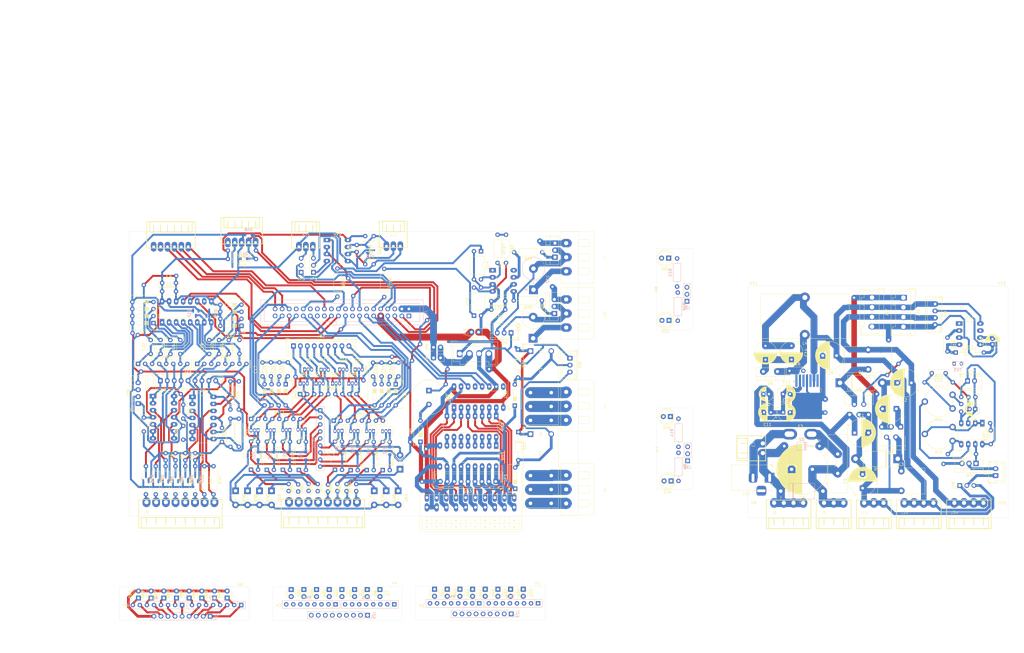
<source format=kicad_pcb>
(kicad_pcb
	(version 20240108)
	(generator "pcbnew")
	(generator_version "8.0")
	(general
		(thickness 1.6)
		(legacy_teardrops no)
	)
	(paper "A3")
	(layers
		(0 "F.Cu" signal)
		(1 "In1.Cu" signal)
		(2 "In2.Cu" signal)
		(31 "B.Cu" signal)
		(32 "B.Adhes" user "B.Adhesive")
		(33 "F.Adhes" user "F.Adhesive")
		(34 "B.Paste" user)
		(35 "F.Paste" user)
		(36 "B.SilkS" user "B.Silkscreen")
		(37 "F.SilkS" user "F.Silkscreen")
		(38 "B.Mask" user)
		(39 "F.Mask" user)
		(40 "Dwgs.User" user "User.Drawings")
		(41 "Cmts.User" user "User.Comments")
		(42 "Eco1.User" user "User.Eco1")
		(43 "Eco2.User" user "User.Eco2")
		(44 "Edge.Cuts" user)
		(45 "Margin" user)
		(46 "B.CrtYd" user "B.Courtyard")
		(47 "F.CrtYd" user "F.Courtyard")
		(48 "B.Fab" user)
		(49 "F.Fab" user)
		(50 "User.1" user)
		(51 "User.2" user)
		(52 "User.3" user)
		(53 "User.4" user)
		(54 "User.5" user)
		(55 "User.6" user)
		(56 "User.7" user)
		(57 "User.8" user)
		(58 "User.9" user)
	)
	(setup
		(stackup
			(layer "F.SilkS"
				(type "Top Silk Screen")
			)
			(layer "F.Paste"
				(type "Top Solder Paste")
			)
			(layer "F.Mask"
				(type "Top Solder Mask")
				(thickness 0.01)
			)
			(layer "F.Cu"
				(type "copper")
				(thickness 0.035)
			)
			(layer "dielectric 1"
				(type "prepreg")
				(thickness 0.1)
				(material "FR4")
				(epsilon_r 4.5)
				(loss_tangent 0.02)
			)
			(layer "In1.Cu"
				(type "copper")
				(thickness 0.035)
			)
			(layer "dielectric 2"
				(type "core")
				(thickness 1.24)
				(material "FR4")
				(epsilon_r 4.5)
				(loss_tangent 0.02)
			)
			(layer "In2.Cu"
				(type "copper")
				(thickness 0.035)
			)
			(layer "dielectric 3"
				(type "prepreg")
				(thickness 0.1)
				(material "FR4")
				(epsilon_r 4.5)
				(loss_tangent 0.02)
			)
			(layer "B.Cu"
				(type "copper")
				(thickness 0.035)
			)
			(layer "B.Mask"
				(type "Bottom Solder Mask")
				(thickness 0.01)
			)
			(layer "B.Paste"
				(type "Bottom Solder Paste")
			)
			(layer "B.SilkS"
				(type "Bottom Silk Screen")
				(color "Red")
			)
			(copper_finish "None")
			(dielectric_constraints no)
		)
		(pad_to_mask_clearance 0)
		(allow_soldermask_bridges_in_footprints no)
		(pcbplotparams
			(layerselection 0x00010fc_ffffffff)
			(plot_on_all_layers_selection 0x0000000_00000000)
			(disableapertmacros no)
			(usegerberextensions no)
			(usegerberattributes yes)
			(usegerberadvancedattributes yes)
			(creategerberjobfile yes)
			(dashed_line_dash_ratio 12.000000)
			(dashed_line_gap_ratio 3.000000)
			(svgprecision 4)
			(plotframeref no)
			(viasonmask no)
			(mode 1)
			(useauxorigin no)
			(hpglpennumber 1)
			(hpglpenspeed 20)
			(hpglpendiameter 15.000000)
			(pdf_front_fp_property_popups yes)
			(pdf_back_fp_property_popups yes)
			(dxfpolygonmode yes)
			(dxfimperialunits yes)
			(dxfusepcbnewfont yes)
			(psnegative no)
			(psa4output no)
			(plotreference yes)
			(plotvalue yes)
			(plotfptext yes)
			(plotinvisibletext no)
			(sketchpadsonfab no)
			(subtractmaskfromsilk no)
			(outputformat 1)
			(mirror no)
			(drillshape 1)
			(scaleselection 1)
			(outputdirectory "")
		)
	)
	(net 0 "")
	(net 1 "+5V")
	(net 2 "/Buzzer")
	(net 3 "+24V filtered")
	(net 4 "GND")
	(net 5 "+3V3")
	(net 6 "/ADC_CH3")
	(net 7 "/ADC_CH1")
	(net 8 "+12V")
	(net 9 "Net-(D6-K)")
	(net 10 "Net-(U1-BOOT)")
	(net 11 "/Dig-IN_1")
	(net 12 "Net-(U11-CAP+)")
	(net 13 "Net-(D14-K)")
	(net 14 "-5V")
	(net 15 "/ADC_CH5")
	(net 16 "/ADC_CH6")
	(net 17 "/ADC_CH0")
	(net 18 "/ADC_CH2")
	(net 19 "/ADC_CH7")
	(net 20 "/ADC_CH4")
	(net 21 "/Dig-IN_2")
	(net 22 "/Dig-IN_3")
	(net 23 "/Dig-IN_4")
	(net 24 "/Dig-IN_5")
	(net 25 "/Dig-IN_6")
	(net 26 "/Dig-IN_7")
	(net 27 "/Dig-IN_8")
	(net 28 "Net-(D1-K)")
	(net 29 "Net-(D2-K)")
	(net 30 "Net-(D5-K)")
	(net 31 "OUT_Digital_1_open-drain")
	(net 32 "Net-(U3C-+)")
	(net 33 "Net-(U3D-+)")
	(net 34 "IN_Analog_6 (0-20mA)")
	(net 35 "IN_Analog_7 (0-20mA)")
	(net 36 "Net-(U9B-+)")
	(net 37 "/OUT_PWM_1_diode")
	(net 38 "/OUT_PWM_2_diode")
	(net 39 "Net-(D34-A)")
	(net 40 "Net-(U9A-+)")
	(net 41 "OUT_Digital_2_open-drain")
	(net 42 "OUT_Digital_3_open-drain")
	(net 43 "OUT_Digital_4_open-drain")
	(net 44 "OUT_Digital_5_open-drain")
	(net 45 "Net-(U3A-+)")
	(net 46 "I2C_SDA")
	(net 47 "RS485_B")
	(net 48 "RS485_A")
	(net 49 "Net-(D50-A1)")
	(net 50 "Net-(D51-A)")
	(net 51 "Net-(D53-A1)")
	(net 52 "Net-(D54-A)")
	(net 53 "Net-(D56-A1)")
	(net 54 "Net-(D57-A)")
	(net 55 "Net-(D59-A1)")
	(net 56 "Net-(D60-A)")
	(net 57 "Net-(D62-A1)")
	(net 58 "Net-(D63-A)")
	(net 59 "Net-(D65-A1)")
	(net 60 "Net-(D66-A)")
	(net 61 "Net-(D68-A1)")
	(net 62 "Net-(D69-A)")
	(net 63 "Net-(D71-A1)")
	(net 64 "Net-(D72-A)")
	(net 65 "+BATT")
	(net 66 "unconnected-(J1-ID_SD{slash}GPIO0-Pad27)")
	(net 67 "/SPI_CE0_ADC")
	(net 68 "Net-(J1-3V3-Pad1)")
	(net 69 "/SPI0_miso_ADC")
	(net 70 "/UART_DIR-T")
	(net 71 "/SPI0_mosi_ADC")
	(net 72 "/SPI0_sclk_ADC")
	(net 73 "/UART_TX")
	(net 74 "/SPI1_miso_FREE")
	(net 75 "/SR-OUT_latch")
	(net 76 "/SPI1_mosi_FREE")
	(net 77 "/SR-OUT_clock")
	(net 78 "/SR-OUT_data")
	(net 79 "unconnected-(J1-ID_SC{slash}GPIO1-Pad28)")
	(net 80 "/SPI1_CE_FREE")
	(net 81 "/UART_RX")
	(net 82 "/OUT_PWM_2")
	(net 83 "/SPI1_sclk_FREE")
	(net 84 "/OUT_PWM_1")
	(net 85 "IN_Digital_8")
	(net 86 "IN_Digital_5")
	(net 87 "IN_Digital_2")
	(net 88 "IN_Digital_3")
	(net 89 "IN_Digital_4")
	(net 90 "IN_Digital_6")
	(net 91 "IN_Digital_7")
	(net 92 "IN_Digital_1")
	(net 93 "OUT_Digital_8")
	(net 94 "OUT_Digital_7_open-drain")
	(net 95 "OUT_Digital_2")
	(net 96 "OUT_Digital_4")
	(net 97 "OUT_Digital_5")
	(net 98 "OUT_Digital_6")
	(net 99 "OUT_Digital_3")
	(net 100 "OUT_Digital_7")
	(net 101 "OUT_Digital_8_open-drain")
	(net 102 "OUT_Digital_1")
	(net 103 "OUT_Digital_6_open-drain")
	(net 104 "Net-(J4-Pin_1)")
	(net 105 "Net-(J4-Pin_2)")
	(net 106 "Net-(J4-Pin_3)")
	(net 107 "OUT_Digital_COM_open-drain")
	(net 108 "Net-(J6-Pin_1)")
	(net 109 "Net-(J6-Pin_3)")
	(net 110 "Net-(J6-Pin_2)")
	(net 111 "IN_Analog_1 (0-3.3V)")
	(net 112 "IN_Analog_5 (0-24V)")
	(net 113 "IN_Analog_4 (0-12V)")
	(net 114 "IN_Analog_2 (0-5V)")
	(net 115 "IN_Analog_0 (0-3.3V)")
	(net 116 "IN_Analog_3 (0-5V)")
	(net 117 "Net-(Q1-G)")
	(net 118 "Net-(Q2-G)")
	(net 119 "Net-(Q2-D)")
	(net 120 "Net-(Q5-G)")
	(net 121 "Net-(C17-Pad1)")
	(net 122 "Net-(Q7-G)")
	(net 123 "Net-(Q7-D)")
	(net 124 "Net-(C29-Pad1)")
	(net 125 "Net-(Q9-G)")
	(net 126 "Net-(C30-Pad1)")
	(net 127 "Net-(Q10-G)")
	(net 128 "Net-(Q11-D)")
	(net 129 "Net-(Q11-G)")
	(net 130 "Net-(C31-Pad1)")
	(net 131 "Net-(Q13-G)")
	(net 132 "Net-(Q13-D)")
	(net 133 "Net-(C32-Pad1)")
	(net 134 "Net-(Q15-D)")
	(net 135 "Net-(Q15-G)")
	(net 136 "Net-(C33-Pad1)")
	(net 137 "Net-(Q17-G)")
	(net 138 "Net-(Q17-D)")
	(net 139 "Net-(C34-Pad1)")
	(net 140 "Net-(Q19-D)")
	(net 141 "Net-(Q19-G)")
	(net 142 "Net-(C35-Pad1)")
	(net 143 "Net-(U9C--)")
	(net 144 "Net-(U12-~{OUTA})")
	(net 145 "Net-(U12-~{OUTB})")
	(net 146 "Net-(U12-INB)")
	(net 147 "Net-(R33-Pad1)")
	(net 148 "Net-(U9D--)")
	(net 149 "Net-(U12-INA)")
	(net 150 "Net-(R108-Pad1)")
	(net 151 "unconnected-(U1-EN-Pad7)")
	(net 152 "unconnected-(U1-NC-Pad5)")
	(net 153 "unconnected-(U2-QH'-Pad9)")
	(net 154 "unconnected-(U11-OSC-Pad7)")
	(net 155 "unconnected-(U11-NC-Pad1)")
	(net 156 "unconnected-(U12-NC-Pad8)")
	(net 157 "unconnected-(U12-NC-Pad1)")
	(net 158 "Net-(U3B-+)")
	(net 159 "Net-(D45-K)")
	(net 160 "/LED_analog-CH6")
	(net 161 "/LED_analog-CH2")
	(net 162 "/LED_analog-CH7")
	(net 163 "/LED_analog-CH5")
	(net 164 "/LED_analog-CH0")
	(net 165 "/LED_analog-CH1")
	(net 166 "/LED_analog-CH3")
	(net 167 "/LED_analog-CH4")
	(net 168 "Net-(D10-K)")
	(net 169 "Net-(D7-A)")
	(net 170 "Net-(D8-A)")
	(net 171 "Net-(D10-A)")
	(net 172 "Net-(D15-A)")
	(net 173 "Net-(D17-A)")
	(net 174 "Net-(D23-A)")
	(net 175 "Net-(D26-A)")
	(net 176 "Net-(D27-A)")
	(net 177 "Net-(D82-K)")
	(net 178 "Net-(D82-A)")
	(net 179 "Net-(D83-K)")
	(net 180 "Net-(D84-K)")
	(net 181 "Net-(D85-K)")
	(net 182 "Net-(D86-K)")
	(net 183 "Net-(D87-K)")
	(net 184 "Net-(D88-K)")
	(net 185 "Net-(D89-K)")
	(net 186 "Net-(J25-Pin_8)")
	(net 187 "Net-(J25-Pin_5)")
	(net 188 "Net-(J25-Pin_7)")
	(net 189 "Net-(J25-Pin_2)")
	(net 190 "Net-(J25-Pin_6)")
	(net 191 "Net-(J25-Pin_1)")
	(net 192 "Net-(J25-Pin_4)")
	(net 193 "Net-(J25-Pin_3)")
	(net 194 "Net-(J27-Pin_4)")
	(net 195 "Net-(J27-Pin_8)")
	(net 196 "Net-(J27-Pin_1)")
	(net 197 "Net-(J27-Pin_5)")
	(net 198 "Net-(J27-Pin_6)")
	(net 199 "Net-(J27-Pin_7)")
	(net 200 "Net-(J27-Pin_3)")
	(net 201 "Net-(J27-Pin_2)")
	(net 202 "Net-(D20-A)")
	(net 203 "Net-(D20-K)")
	(net 204 "Net-(D30-K)")
	(net 205 "Net-(D37-K)")
	(net 206 "Net-(D40-K)")
	(net 207 "Net-(D41-K)")
	(net 208 "Net-(D42-K)")
	(net 209 "Net-(D43-K)")
	(net 210 "Net-(D44-K)")
	(net 211 "/LED_digital-out_2")
	(net 212 "/LED_digital-out_8")
	(net 213 "/LED_digital-out_6")
	(net 214 "/LED_digital-out_5")
	(net 215 "/LED_digital-out_4")
	(net 216 "/LED_digital-out_7")
	(net 217 "/LED_digital-out_1")
	(net 218 "/LED_digital-out_3")
	(net 219 "Net-(J23-Pin_1)")
	(net 220 "Net-(J23-Pin_5)")
	(net 221 "Net-(J23-Pin_3)")
	(net 222 "Net-(J23-Pin_2)")
	(net 223 "Net-(J23-Pin_8)")
	(net 224 "Net-(J23-Pin_7)")
	(net 225 "Net-(J23-Pin_4)")
	(net 226 "Net-(J23-Pin_6)")
	(net 227 "/LED_relay-1")
	(net 228 "/LED_PWM-1")
	(net 229 "/LED_PWM-2")
	(net 230 "Net-(D34-K)")
	(net 231 "/LED_relay-2")
	(net 232 "Net-(D52-K)")
	(net 233 "Net-(D52-A)")
	(net 234 "Net-(D55-K)")
	(net 235 "Net-(J30-Pin_3)")
	(net 236 "Net-(J30-Pin_2)")
	(net 237 "Net-(J31-Pin_3)")
	(net 238 "Net-(J31-Pin_2)")
	(net 239 "Net-(RN9-R2.2)")
	(net 240 "Net-(RN9-R8.2)")
	(net 241 "Net-(RN9-R7.2)")
	(net 242 "Net-(RN9-R5.2)")
	(net 243 "Net-(RN9-R1.2)")
	(net 244 "Net-(RN9-R6.2)")
	(net 245 "Net-(RN9-R3.2)")
	(net 246 "Net-(RN9-R4.2)")
	(net 247 "/DIP_EN-Filter-ADC3")
	(net 248 "/DIP_EN-Filter-ADC1")
	(net 249 "/DIP_EN-Filter-ADC5")
	(net 250 "/DIP_EN-Filter-ADC6")
	(net 251 "/DIP_EN-Filter-ADC0")
	(net 252 "/DIP_EN-Filter-ADC2")
	(net 253 "/DIP_EN-Filter-ADC7")
	(net 254 "/DIP_EN-Filter-ADC4")
	(net 255 "unconnected-(J3-Pin_6-Pad6)")
	(net 256 "unconnected-(J3-Pin_5-Pad5)")
	(net 257 "unconnected-(J19-Pin_4-Pad4)")
	(net 258 "unconnected-(J19-Pin_5-Pad5)")
	(net 259 "I2C_SCL")
	(net 260 "Net-(J10-Pin_2)")
	(net 261 "Net-(J10-Pin_1)")
	(net 262 "Net-(JP4-A)")
	(net 263 "Net-(JP5-A)")
	(net 264 "GNDPWR")
	(net 265 "Net-(JP6-A)")
	(net 266 "Net-(U15A-+)")
	(net 267 "Net-(C42-Pad2)")
	(net 268 "Net-(JP8-C)")
	(net 269 "Net-(M1--)")
	(net 270 "Net-(Q3-G)")
	(net 271 "Net-(U15B-+)")
	(net 272 "Net-(R21-Pad2)")
	(net 273 "Net-(U15B--)")
	(net 274 "Net-(U15A--)")
	(footprint "Capacitor_THT:CP_Radial_D10.0mm_P5.00mm" (layer "F.Cu") (at 334.01 195.027031 90))
	(footprint "Connector_JST:JST_XH_B9B-XH-A_1x09_P2.50mm_Vertical" (layer "F.Cu") (at 128.664 143.68515))
	(footprint "Resistor_THT:R_Axial_DIN0207_L6.3mm_D2.5mm_P2.54mm_Vertical" (layer "F.Cu") (at 151.511 109.728 90))
	(footprint "Button_Switch_THT:SW_DIP_SPSTx04_Slide_9.78x12.34mm_W7.62mm_P2.54mm" (layer "F.Cu") (at 78.1495 135.389 180))
	(footprint "Package_TO_SOT_THT:TO-92_Inline" (layer "F.Cu") (at 131.1235 157.21105))
	(footprint "Package_DIP:DIP-4_W10.16mm" (layer "F.Cu") (at 193.797 132.735 90))
	(footprint "Button_Switch_THT:SW_DIP_SPSTx01_Slide_9.78x4.72mm_W7.62mm_P2.54mm" (layer "F.Cu") (at 174.498 178.2655 90))
	(footprint "Relay_THT:Relay_SPDT_Omron_G2RL-1-E" (layer "F.Cu") (at 214.182 145.522))
	(footprint "Resistor_THT:R_Axial_DIN0207_L6.3mm_D2.5mm_P10.16mm_Horizontal" (layer "F.Cu") (at 99.822 187.0877 -90))
	(footprint "LED_THT:LED_D3.0mm_IRGrey" (layer "F.Cu") (at 91.02905 234.6843 90))
	(footprint "LED_THT:LED_D3.0mm_IRGrey" (layer "F.Cu") (at 127.85905 231.6313 -90))
	(footprint "Capacitor_THT:CP_Radial_D10.0mm_P5.00mm" (layer "F.Cu") (at 331.134323 175.006))
	(footprint "Diode_THT:D_DO-201AD_P15.24mm_Horizontal" (layer "F.Cu") (at 346.71 184.404 180))
	(footprint "Package_DIP:DIP-8_W7.62mm_LongPads" (layer "F.Cu") (at 140.716 105.41))
	(footprint "Diode_THT:D_DO-15_P5.08mm_Vertical_KathodeUp" (layer "F.Cu") (at 107.7822 195.9812 -90))
	(footprint "custom-footprints1:WAGO 713-1430 MINI HD Stiftleiste gewinkelt 2x10-polig, RM 3,5"
		(layer "F.Cu")
		(uuid "0b9224b3-0f0b-43dd-942d-c7854c058adc")
		(at 192.56 202.93)
		(property "Reference" "J28"
			(at -3.75 10.5 0)
			(unlocked yes)
			(layer "F.SilkS")
			(hide yes)
			(uuid "f2cab4c9-097e-4387-b83a-71c90f96494d")
			(effects
				(font
					(size 1 1)
					(thickness 0.1)
				)
			)
		)
		(property "Value" "8x Digital out (opendrain + push-pull)"
			(at -3.25 9 0)
			(unlocked yes)
			(layer "F.Fab")
			(uuid "24be26db-6b3b-4560-a0ff-306f51858260")
			(effects
				(font
					(size 1 1)
					(thickness 0.15)
				)
			)
		)
		(property "Footprint" "custom-footprints1:WAGO 713-1430 MINI HD Stiftleiste gewinkelt 2x10-polig, RM 3,5"
			(at -15.75 -1 0)
			(unlocked yes)
			(layer "F.Fab")
			(hide yes)
			(uuid "32fa4484-974c-482b-a6f4-7790c4bab8d0")
			(effects
				(font
					(size 1 1)
					(thickness 0.15)
				)
			)
		)
		(property "Datasheet" "https://www.reichelt.com/be/en/shop/product/mini_hd_pin_header_angled_2x10-pin_rm_3_5-100894?nbc=1&trstct=pos_2"
			(at -15.75 -1 0)
			(unlocked yes)
			(layer "F.Fab")
			(hide yes)
			(uuid "3e5f419a-7e8d-4fe3-9371-34e8dec08023")
			(effects
				(font
					(size 1 1)
					(thickness 0.15)
				)
			)
		)
		(property "Description" "Generic screw terminal, single row, 01x20, script generated (kicad-library-utils/schlib/autogen/connector/)"
			(at -15.75 -1 0)
			(unlocked yes)
			(layer "F.Fab")
			(hide yes)
			(uuid "fd4682e7-a49c-48ce-96f7-de84d5a19ed0")
			(effects
				(font
					(size 1 1)
					(thickness 0.15)
				)
			)
		)
		(property ki_fp_filters "TerminalBlock*:*")
		(path "/55786989-b556-48ad-a3ab-f25a283a670c")
		(sheetname "Root")
		(sheetfile "pi-interface-board_v1.0.kicad_sch")
		(attr through_hole)
		(fp_line
			(start -17.5 4.75)
			(end 17.5 4.75)
			(stroke
				(width 0.1)
				(type default)
			)
			(layer "F.SilkS")
			(uuid "12fc1ede-d536-4cdb-9b9f-26504dd6ed7c")
		)
		(fp_line
			(start -14 2.5)
			(end -14 7)
			(stroke
				(width 0.1)
				(type default)
			)
			(layer "F.SilkS")
			(uuid "cf2015eb-aaf6-473c-9858-e5c0ade33d96")
		)
		(fp_line
			(start -10.5 2.5)
			(end -10.5 7)
			(stroke
				(width 0.1)
				(type default)
			)
			(layer "F.SilkS")
			(uuid "683ef6a7-ff95-42fc-8131-208d74269a01")
		)
		(fp_line
			(start -7 2.5)
			(end -7 7)
			(stroke
				(width 0.1)
				(type default)
			)
			(layer "F.SilkS")
			(uuid "4dfa3413-2b2f-45f0-a53e-b33923f8590d")
		)
		(fp_line
			(start -3.5 2.5)
			(end -3.5 7)
			(stroke
				(width 0.1)
				(type default)
			)
			(layer "F.SilkS")
			(uuid "46de22ba-a072-4a91-85f8-f593e56e925b")
		)
		(fp_line
			(start 0 2.5)
			(end 0 7)
			(stroke
				(width 0.1)
				(type default)
			)
			(layer "F.SilkS")
			(uuid "18bc9cfc-e94f-4b6e-897c-55137e04ec09")
		)
		(fp_line
			(start 3.5 2.5)
			(end 3.5 7)
			(stroke
				(width 0.1)
				(type default)
			)
			(layer "F.SilkS")
			(uuid "1cc7d290-3576-4b17-9db3-ece718b44a13")
		)
		(fp_line
			(start 7 2.5)
			(end 7 7)
			(stroke
				(width 0.1)
				(type default)
			)
			(layer "F.SilkS")
			(uuid "6675fd75-b5a8-4528-bdc2-55a535dd6a76")
		)
		(fp_line
			(start 10.5 2.5)
			(end 10.5 7)
			(stroke
				(width 0.1)
				(type default)
			)
			(layer "F.SilkS")
			(uuid "edbf9257-ca16-445f-abbb-dadf06d2836a")
		)
		(fp_line
			(start 14 2.5)
			(end 14 7)
			(stroke
				(width 0.1)
				(type default)
			)
			(layer "F.SilkS")
			(uuid "e49ede3b-80d2-43c0-82f1-f66e0aa2cf46")
		)
		(fp_rect
			(start -18.35 -5.6)
			(end 18.45 7.9)
			(stroke
				(width 0.1)
				(type default)
			)
			(fill none)
			(layer "F.SilkS")
			(uuid "31bb729e-69e9-4715-b4cb-892a256e062b")
		)
		(fp_rect
			(start -17.5 2.5)
			(end 17.5 7)
			(stroke
				(width 0.1)
				(type default)
			)
			(fill none)
			(layer "F.SilkS")
			(uuid "4801873d-7f64-4f16-9acf-d5eb0c70d75a")
		)
		(fp_circle
			(center -15.75 3.75)
			(end -15.5 3.75)
			(stroke
				(width 0.1)
				(type solid)
			)
			(fill solid)
			(layer "F.SilkS")
			(uuid "9354940f-d20c-441f-a77e-dbc43bdddb06")
		)
		(fp_circle
			(center -15.75 6)
			(end -15.5 6)
			(stroke
				(width 0.1)
				(type solid)
			)
			(fill solid)
			(layer "F.SilkS")
			(uuid "e217c708-bb44-4882-96d9-8faa734f3b4e")
		)
		(fp_circle
			(center -12.25 3.75)
			(end -12 3.75)
			(stroke
				(width 0.1)
				(type solid)
			)
			(fill solid)
			(layer "F.SilkS")
			(uuid "b215cdf7-9a6c-4955-8bc7-42c9daf686f4")
		)
		(fp_circle
			(center -12.25 6)
			(end -12 6)
			(stroke
				(width 0.1)
				(type solid)
			)
			(fill solid)
			(layer "F.SilkS")
			(uuid "53f56dfd-d183-4756-9ce3-a90bd32de8a9")
		)
		(fp_circle
			(center -8.75 3.75)
			(end -8.5 3.75)
			(stroke
				(width 0.1)
				(type solid)
			)
			(fill solid)
			(layer "F.SilkS")
			(uuid "3d1169d1-575e-4a45-a77e-044fd03e5377")
		)
		(fp_circle
			(center -8.75 6)
			(end -8.5 6)
			(stroke
				(width 0.1)
				(type solid)
			)
			(fill solid)
			(layer "F.SilkS")
			(uuid "4ef02785-5680-40ac-862a-20bf251fcc7f")
		)
		(fp_circle
			(center -5.25 3.75)
			(end -5 3.75)
			(stroke
				(width 0.1)
				(type solid)
			)
			(fill solid)
			(layer "F.SilkS")
			(uuid "2b0c75ff-fdb6-4b95-ae54-b98a2b6577dd")
		)
		(fp_circle
			(center -5.25 6)
			(end -5 6)
			(stroke
				(width 0.1)
				(type solid)
			)
			(fill solid)
			(layer "
... [2149628 chars truncated]
</source>
